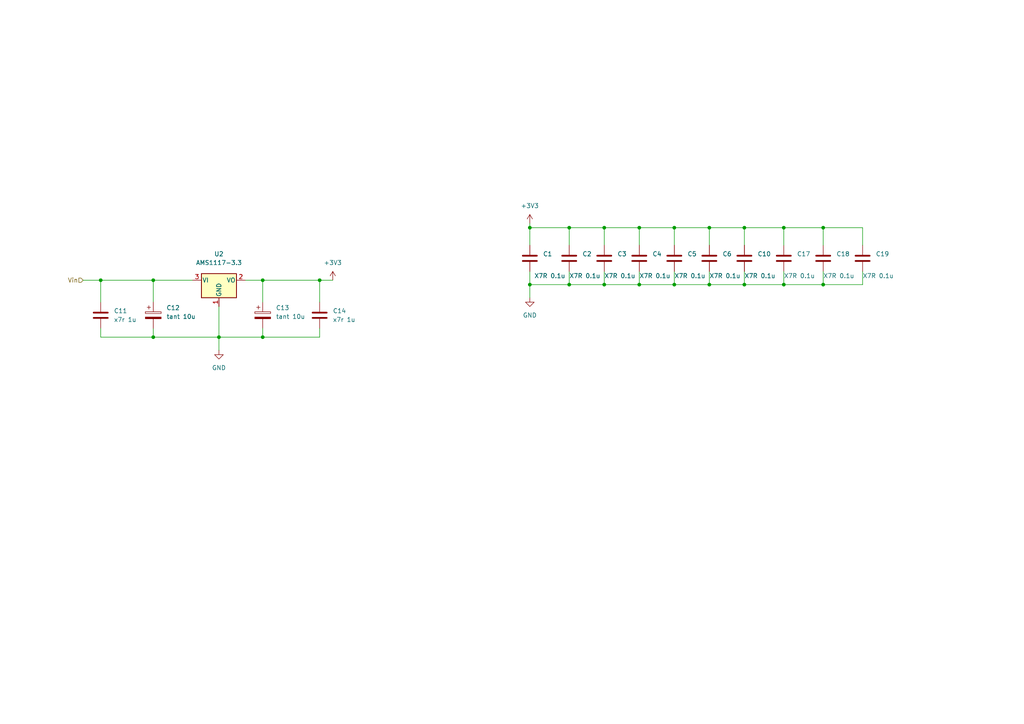
<source format=kicad_sch>
(kicad_sch (version 20211123) (generator eeschema)
  (paper "A4")
  (lib_symbols
    (symbol "Device:C" (pin_numbers hide) (pin_names (offset 0.254))
      (property "Reference" "C" (at 0.635 2.54 0))
      (property "Value" "C" (at 0.635 -2.54 0))
      (symbol "C_0_1"
        (polyline (pts (xy -2.032 -0.762) (xy 2.032 -0.762)) (stroke (width 0.508)))
        (polyline (pts (xy -2.032 0.762) (xy 2.032 0.762)) (stroke (width 0.508)))
      )
      (symbol "C_1_1"
        (pin passive line (at 0 3.81 270) (length 2.794) (name "~") (number "1"))
        (pin passive line (at 0 -3.81 90) (length 2.794) (name "~") (number "2"))
      )
    )
    (symbol "Device:C_Polarized" (pin_numbers hide) (pin_names (offset 0.254))
      (property "Reference" "C" (at 0.635 2.54 0))
      (property "Value" "C_Polarized" (at 0.635 -2.54 0))
      (symbol "C_Polarized_0_1"
        (rectangle (start -2.286 0.508) (end 2.286 1.016))
        (polyline (pts (xy -1.778 2.286) (xy -0.762 2.286)))
        (polyline (pts (xy -1.27 2.794) (xy -1.27 1.778)))
        (rectangle (start 2.286 -0.508) (end -2.286 -1.016) (fill (type outline)))
      )
      (symbol "C_Polarized_1_1"
        (pin passive line (at 0 3.81 270) (length 2.794) (name "~") (number "1"))
        (pin passive line (at 0 -3.81 90) (length 2.794) (name "~") (number "2"))
      )
    )
    (symbol "Regulator_Linear:AMS1117-3.3" (pin_names (offset 0.254))
      (property "Reference" "U" (at -3.81 3.175 0))
      (property "Value" "AMS1117-3.3" (at 0 3.175 0))
      (symbol "AMS1117-3.3_0_1"
        (rectangle (start -5.08 -5.08) (end 5.08 1.905) (stroke (width 0.254)) (fill (type background)))
      )
      (symbol "AMS1117-3.3_1_1"
        (pin power_in line (at 0 -7.62 90) (length 2.54) (name "GND") (number "1"))
        (pin power_out line (at 7.62 0 180) (length 2.54) (name "VO") (number "2"))
        (pin power_in line (at -7.62 0 0) (length 2.54) (name "VI") (number "3"))
      )
    )
    (symbol "power:+3.3V" (power) (pin_names (offset 0))
      (property "Value" "+3.3V" (at 0 3.556 0))
      (symbol "+3.3V_0_1"
        (polyline (pts (xy -0.762 1.27) (xy 0 2.54)))
        (polyline (pts (xy 0 0) (xy 0 2.54)))
        (polyline (pts (xy 0 2.54) (xy 0.762 1.27)))
      )
      (symbol "+3.3V_1_1"
        (pin power_in line (at 0 0 90) (length 0) hide (name "+3V3") (number "1"))
      )
    )
    (symbol "power:GND" (power) (pin_names (offset 0))
      (property "Value" "GND" (at 0 -3.81 0))
      (symbol "GND_0_1"
        (polyline (pts (xy 0 0) (xy 0 -1.27) (xy 1.27 -1.27) (xy 0 -2.54) (xy -1.27 -1.27) (xy 0 -1.27)))
      )
      (symbol "GND_1_1"
        (pin power_in line (at 0 0 270) (length 0) hide (name "GND") (number "1"))
      )
    )
  )
  (junction (at 44.45 97.79))
  (junction (at 195.58 82.55))
  (junction (at 165.1 66.04))
  (junction (at 205.74 82.55))
  (junction (at 153.67 66.04))
  (junction (at 238.76 66.04))
  (junction (at 227.33 82.55))
  (junction (at 195.58 66.04))
  (junction (at 165.1 82.55))
  (junction (at 29.21 81.28))
  (junction (at 215.9 82.55))
  (junction (at 92.71 81.28))
  (junction (at 215.9 66.04))
  (junction (at 185.42 66.04))
  (junction (at 175.26 82.55))
  (junction (at 44.45 81.28))
  (junction (at 76.2 97.79))
  (junction (at 63.5 97.79))
  (junction (at 205.74 66.04))
  (junction (at 238.76 82.55))
  (junction (at 175.26 66.04))
  (junction (at 76.2 81.28))
  (junction (at 153.67 82.55))
  (junction (at 227.33 66.04))
  (junction (at 185.42 82.55))
  (wire (pts (xy 24.13 81.28) (xy 29.21 81.28)))
  (wire (pts (xy 215.9 71.12) (xy 215.9 66.04)))
  (wire (pts (xy 227.33 71.12) (xy 227.33 66.04)))
  (wire (pts (xy 165.1 78.74) (xy 165.1 82.55)))
  (wire (pts (xy 205.74 66.04) (xy 215.9 66.04)))
  (wire (pts (xy 153.67 78.74) (xy 153.67 82.55)))
  (wire (pts (xy 29.21 95.25) (xy 29.21 97.79)))
  (wire (pts (xy 76.2 95.25) (xy 76.2 97.79)))
  (wire (pts (xy 76.2 81.28) (xy 92.71 81.28)))
  (wire (pts (xy 44.45 95.25) (xy 44.45 97.79)))
  (wire (pts (xy 175.26 66.04) (xy 175.26 71.12)))
  (wire (pts (xy 250.19 82.55) (xy 250.19 78.74)))
  (wire (pts (xy 165.1 66.04) (xy 165.1 71.12)))
  (wire (pts (xy 63.5 88.9) (xy 63.5 97.79)))
  (wire (pts (xy 71.12 81.28) (xy 76.2 81.28)))
  (wire (pts (xy 44.45 81.28) (xy 55.88 81.28)))
  (wire (pts (xy 215.9 82.55) (xy 227.33 82.55)))
  (wire (pts (xy 165.1 82.55) (xy 175.26 82.55)))
  (wire (pts (xy 227.33 66.04) (xy 238.76 66.04)))
  (wire (pts (xy 195.58 78.74) (xy 195.58 82.55)))
  (wire (pts (xy 165.1 66.04) (xy 153.67 66.04)))
  (wire (pts (xy 227.33 82.55) (xy 238.76 82.55)))
  (wire (pts (xy 205.74 66.04) (xy 195.58 66.04)))
  (wire (pts (xy 153.67 66.04) (xy 153.67 71.12)))
  (wire (pts (xy 175.26 78.74) (xy 175.26 82.55)))
  (wire (pts (xy 92.71 95.25) (xy 92.71 97.79)))
  (wire (pts (xy 238.76 71.12) (xy 238.76 66.04)))
  (wire (pts (xy 195.58 82.55) (xy 205.74 82.55)))
  (wire (pts (xy 215.9 66.04) (xy 227.33 66.04)))
  (wire (pts (xy 205.74 71.12) (xy 205.74 66.04)))
  (wire (pts (xy 92.71 81.28) (xy 96.52 81.28)))
  (wire (pts (xy 29.21 97.79) (xy 44.45 97.79)))
  (wire (pts (xy 185.42 66.04) (xy 175.26 66.04)))
  (wire (pts (xy 185.42 66.04) (xy 185.42 71.12)))
  (wire (pts (xy 238.76 82.55) (xy 250.19 82.55)))
  (wire (pts (xy 185.42 82.55) (xy 195.58 82.55)))
  (wire (pts (xy 238.76 66.04) (xy 250.19 66.04)))
  (wire (pts (xy 195.58 66.04) (xy 185.42 66.04)))
  (wire (pts (xy 238.76 82.55) (xy 238.76 78.74)))
  (wire (pts (xy 92.71 81.28) (xy 92.71 87.63)))
  (wire (pts (xy 92.71 97.79) (xy 76.2 97.79)))
  (wire (pts (xy 153.67 64.77) (xy 153.67 66.04)))
  (wire (pts (xy 205.74 82.55) (xy 215.9 82.55)))
  (wire (pts (xy 175.26 66.04) (xy 165.1 66.04)))
  (wire (pts (xy 153.67 82.55) (xy 153.67 86.36)))
  (wire (pts (xy 76.2 97.79) (xy 63.5 97.79)))
  (wire (pts (xy 44.45 81.28) (xy 44.45 87.63)))
  (wire (pts (xy 185.42 78.74) (xy 185.42 82.55)))
  (wire (pts (xy 205.74 82.55) (xy 205.74 78.74)))
  (wire (pts (xy 29.21 81.28) (xy 44.45 81.28)))
  (wire (pts (xy 215.9 82.55) (xy 215.9 78.74)))
  (wire (pts (xy 63.5 97.79) (xy 63.5 101.6)))
  (wire (pts (xy 29.21 81.28) (xy 29.21 87.63)))
  (wire (pts (xy 250.19 71.12) (xy 250.19 66.04)))
  (wire (pts (xy 175.26 82.55) (xy 185.42 82.55)))
  (wire (pts (xy 76.2 81.28) (xy 76.2 87.63)))
  (wire (pts (xy 44.45 97.79) (xy 63.5 97.79)))
  (wire (pts (xy 153.67 82.55) (xy 165.1 82.55)))
  (wire (pts (xy 195.58 66.04) (xy 195.58 71.12)))
  (wire (pts (xy 227.33 82.55) (xy 227.33 78.74)))
  (hierarchical_label "Vin" (shape input) (at 24.13 81.28 180))
  (symbol (lib_id "Device:C") (at 205.74 74.93 0) (unit 1)
    (property "Reference" "C6" (at 209.55 73.6599 0) (effects (justify left)))
    (property "Value" "X7R 0.1u" (at 205.74 80.01 0) (effects (justify left)))
    (property "Footprint" "Capacitor_SMD:C_0603_1608Metric_Pad1.08x0.95mm_HandSolder" (effects hide))
  )
  (symbol (lib_id "power:+3.3V") (at 96.52 81.28 0) (unit 1)
    (property "Reference" "#PWR0105" (effects hide))
    (property "Value" "+3.3V" (at 96.52 76.2 0))
  )
  (symbol (lib_id "power:GND") (at 153.67 86.36 0) (unit 1)
    (property "Reference" "#PWR0129" (effects hide))
    (property "Value" "GND" (at 153.67 91.44 0))
  )
  (symbol (lib_id "Device:C") (at 185.42 74.93 0) (unit 1)
    (property "Reference" "C4" (at 189.23 73.6599 0) (effects (justify left)))
    (property "Value" "X7R 0.1u" (at 185.42 80.01 0) (effects (justify left)))
    (property "Footprint" "Capacitor_SMD:C_0603_1608Metric_Pad1.08x0.95mm_HandSolder" (effects hide))
  )
  (symbol (lib_id "Device:C") (at 29.21 91.44 0) (unit 1)
    (property "Reference" "C11" (at 33.02 90.1699 0) (effects (justify left)))
    (property "Value" "x7r 1u" (at 33.02 92.7099 0) (effects (justify left)))
    (property "Footprint" "Capacitor_SMD:C_0805_2012Metric" (effects hide))
  )
  (symbol (lib_id "Device:C") (at 92.71 91.44 0) (unit 1)
    (property "Reference" "C14" (at 96.52 90.1699 0) (effects (justify left)))
    (property "Value" "x7r 1u" (at 96.52 92.7099 0) (effects (justify left)))
    (property "Footprint" "Capacitor_SMD:C_0805_2012Metric" (effects hide))
  )
  (symbol (lib_id "Regulator_Linear:AMS1117-3.3") (at 63.5 81.28 0) (unit 1)
    (property "Reference" "U2" (at 63.5 73.66 0))
    (property "Value" "AMS1117-3.3" (at 63.5 76.2 0))
    (property "Footprint" "Package_TO_SOT_SMD:SOT-223-3_TabPin2" (effects hide))
    (property "Datasheet" "http://www.advanced-monolithic.com/pdf/ds1117.pdf" (effects hide))
  )
  (symbol (lib_id "Device:C") (at 153.67 74.93 0) (unit 1)
    (property "Reference" "C1" (at 157.48 73.6599 0) (effects (justify left)))
    (property "Value" "X7R 0.1u" (at 154.94 80.01 0) (effects (justify left)))
    (property "Footprint" "Capacitor_SMD:C_0603_1608Metric_Pad1.08x0.95mm_HandSolder" (effects hide))
  )
  (symbol (lib_id "Device:C") (at 227.33 74.93 0) (unit 1)
    (property "Reference" "C17" (at 231.14 73.6599 0) (effects (justify left)))
    (property "Value" "X7R 0.1u" (at 227.33 80.01 0) (effects (justify left)))
    (property "Footprint" "Capacitor_SMD:C_0603_1608Metric_Pad1.08x0.95mm_HandSolder" (effects hide))
  )
  (symbol (lib_id "Device:C") (at 195.58 74.93 0) (unit 1)
    (property "Reference" "C5" (at 199.39 73.6599 0) (effects (justify left)))
    (property "Value" "X7R 0.1u" (at 195.58 80.01 0) (effects (justify left)))
    (property "Footprint" "Capacitor_SMD:C_0603_1608Metric_Pad1.08x0.95mm_HandSolder" (effects hide))
  )
  (symbol (lib_id "Device:C_Polarized") (at 44.45 91.44 0) (unit 1)
    (property "Reference" "C12" (at 48.26 89.2809 0) (effects (justify left)))
    (property "Value" "tant 10u" (at 48.26 91.8209 0) (effects (justify left)))
    (property "Footprint" "Capacitor_Tantalum_SMD:CP_EIA-3216-18_Kemet-A" (effects hide))
  )
  (symbol (lib_id "Device:C") (at 250.19 74.93 0) (unit 1)
    (property "Reference" "C19" (at 254 73.6599 0) (effects (justify left)))
    (property "Value" "X7R 0.1u" (at 250.19 80.01 0) (effects (justify left)))
    (property "Footprint" "Capacitor_SMD:C_0603_1608Metric_Pad1.08x0.95mm_HandSolder" (effects hide))
  )
  (symbol (lib_id "power:+3.3V") (at 153.67 64.77 0) (unit 1)
    (property "Reference" "#PWR0128" (effects hide))
    (property "Value" "+3.3V" (at 153.67 59.69 0))
  )
  (symbol (lib_id "Device:C") (at 215.9 74.93 0) (unit 1)
    (property "Reference" "C10" (at 219.71 73.6599 0) (effects (justify left)))
    (property "Value" "X7R 0.1u" (at 215.9 80.01 0) (effects (justify left)))
    (property "Footprint" "Capacitor_SMD:C_0603_1608Metric_Pad1.08x0.95mm_HandSolder" (effects hide))
  )
  (symbol (lib_id "Device:C") (at 165.1 74.93 0) (unit 1)
    (property "Reference" "C2" (at 168.91 73.6599 0) (effects (justify left)))
    (property "Value" "X7R 0.1u" (at 165.1 80.01 0) (effects (justify left)))
    (property "Footprint" "Capacitor_SMD:C_0603_1608Metric_Pad1.08x0.95mm_HandSolder" (effects hide))
  )
  (symbol (lib_id "Device:C") (at 175.26 74.93 0) (unit 1)
    (property "Reference" "C3" (at 179.07 73.6599 0) (effects (justify left)))
    (property "Value" "X7R 0.1u" (at 175.26 80.01 0) (effects (justify left)))
    (property "Footprint" "Capacitor_SMD:C_0603_1608Metric_Pad1.08x0.95mm_HandSolder" (effects hide))
  )
  (symbol (lib_id "Device:C_Polarized") (at 76.2 91.44 0) (unit 1)
    (property "Reference" "C13" (at 80.01 89.2809 0) (effects (justify left)))
    (property "Value" "tant 10u" (at 80.01 91.8209 0) (effects (justify left)))
    (property "Footprint" "Capacitor_Tantalum_SMD:CP_EIA-3216-18_Kemet-A" (effects hide))
  )
  (symbol (lib_id "power:GND") (at 63.5 101.6 0) (unit 1)
    (property "Reference" "#PWR0106" (effects hide))
    (property "Value" "GND" (at 63.5 106.68 0))
  )
  (symbol (lib_id "Device:C") (at 238.76 74.93 0) (unit 1)
    (property "Reference" "C18" (at 242.57 73.6599 0) (effects (justify left)))
    (property "Value" "X7R 0.1u" (at 238.76 80.01 0) (effects (justify left)))
    (property "Footprint" "Capacitor_SMD:C_0603_1608Metric_Pad1.08x0.95mm_HandSolder" (effects hide))
  )
)
</source>
